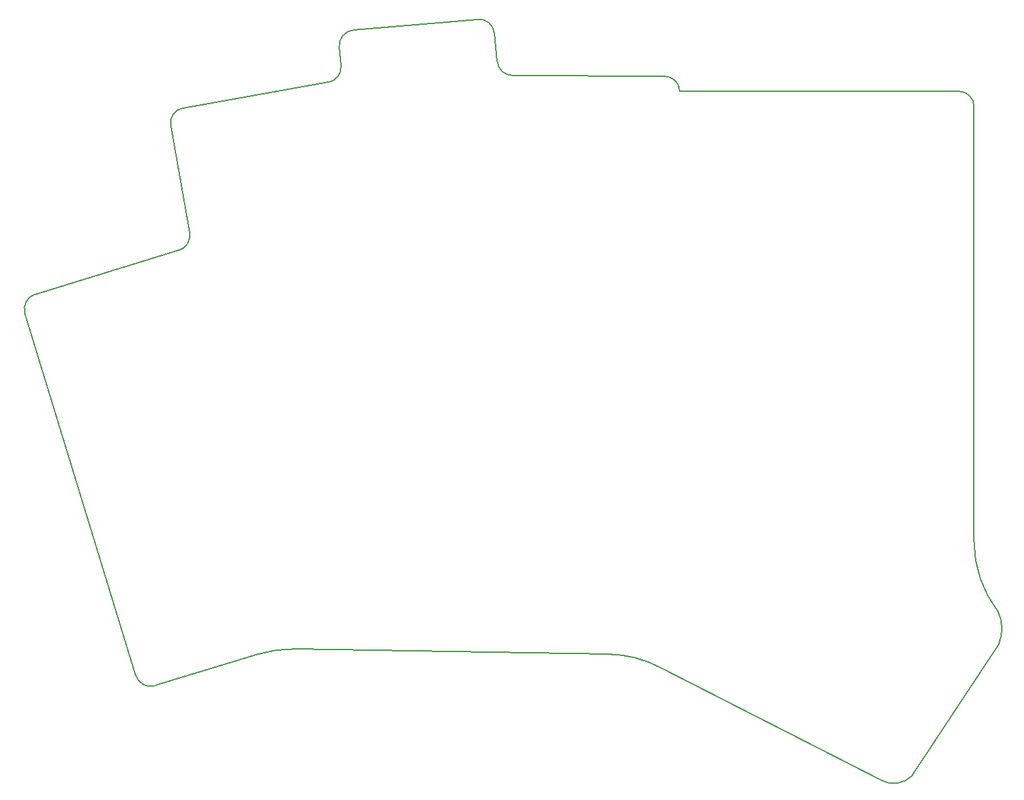
<source format=gm1>
%TF.GenerationSoftware,KiCad,Pcbnew,(6.0.4)*%
%TF.CreationDate,2022-05-01T21:13:42+02:00*%
%TF.ProjectId,batta,62617474-612e-46b6-9963-61645f706362,v1.0.0*%
%TF.SameCoordinates,Original*%
%TF.FileFunction,Profile,NP*%
%FSLAX46Y46*%
G04 Gerber Fmt 4.6, Leading zero omitted, Abs format (unit mm)*
G04 Created by KiCad (PCBNEW (6.0.4)) date 2022-05-01 21:13:42*
%MOMM*%
%LPD*%
G01*
G04 APERTURE LIST*
%TA.AperFunction,Profile*%
%ADD10C,0.150000*%
%TD*%
G04 APERTURE END LIST*
D10*
X102517272Y118831064D02*
G75*
G03*
X104509588Y117005368I1992328J174236D01*
G01*
X80588005Y116115481D02*
G75*
G03*
X82233091Y118259454I-347305J1969619D01*
G01*
X167639988Y43180005D02*
G75*
G03*
X167528587Y47330455I-4725088J1949895D01*
G01*
X164411106Y56485027D02*
G75*
G03*
X167528587Y47330455I14999994J-27D01*
G01*
X60120825Y110475759D02*
X62576774Y96547382D01*
X116922394Y41802640D02*
X76148965Y42467382D01*
X83834124Y122906984D02*
X99972478Y124318907D01*
X55592955Y39036289D02*
G75*
G03*
X58090380Y37708445I1912645J584811D01*
G01*
X58090381Y37708444D02*
X71518873Y41813947D01*
X126206535Y114966483D02*
X144510462Y114966483D01*
X162411087Y114966483D02*
X144510462Y114966483D01*
X104509588Y117005368D02*
X124207160Y116916483D01*
X76148965Y42467369D02*
G75*
G03*
X71518873Y41813947I-244565J-14997969D01*
G01*
X41208340Y86086505D02*
X55593028Y39036311D01*
X102139207Y122500831D02*
G75*
G03*
X99972478Y124318908I-1992407J-174331D01*
G01*
X61743143Y112792674D02*
G75*
G03*
X60120826Y110475759I347297J-1969614D01*
G01*
X156354214Y25985787D02*
X167640000Y43180000D01*
X123746699Y40034607D02*
G75*
G03*
X116922394Y41802640I-7068799J-13230007D01*
G01*
X152400000Y25400000D02*
X123746692Y40034594D01*
X126206558Y114966484D02*
G75*
G03*
X124207160Y116916483I-1999358J-49984D01*
G01*
X152399972Y25399947D02*
G75*
G03*
X156354214Y25985787I1582328J2957653D01*
G01*
X42536205Y88583859D02*
G75*
G03*
X41208341Y86086504I584745J-1912609D01*
G01*
X102139179Y122500829D02*
X102517198Y118831058D01*
X61743144Y112792671D02*
X80587997Y116115527D01*
X61191889Y94287520D02*
G75*
G03*
X62576773Y96547382I-584689J1912580D01*
G01*
X83834126Y122906958D02*
G75*
G03*
X82016046Y120740284I174274J-1992358D01*
G01*
X42536206Y88583857D02*
X61191902Y94287476D01*
X82233090Y118259454D02*
X82016046Y120740283D01*
X164411083Y112966483D02*
G75*
G03*
X162411087Y114966483I-1999983J17D01*
G01*
X164411087Y56485027D02*
X164411087Y112966483D01*
M02*

</source>
